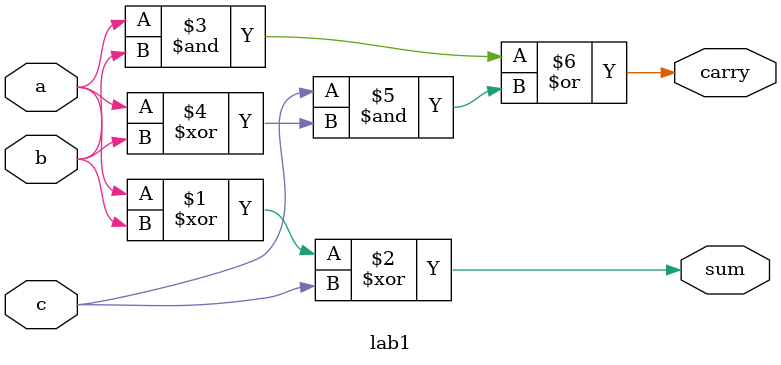
<source format=sv>
module lab1(
    output sum,carry,
    input a,b,c
  
);
 assign sum = (a^ b) ^ c;
 assign carry=(a & b)|(c & (a ^ b));
endmodule




</source>
